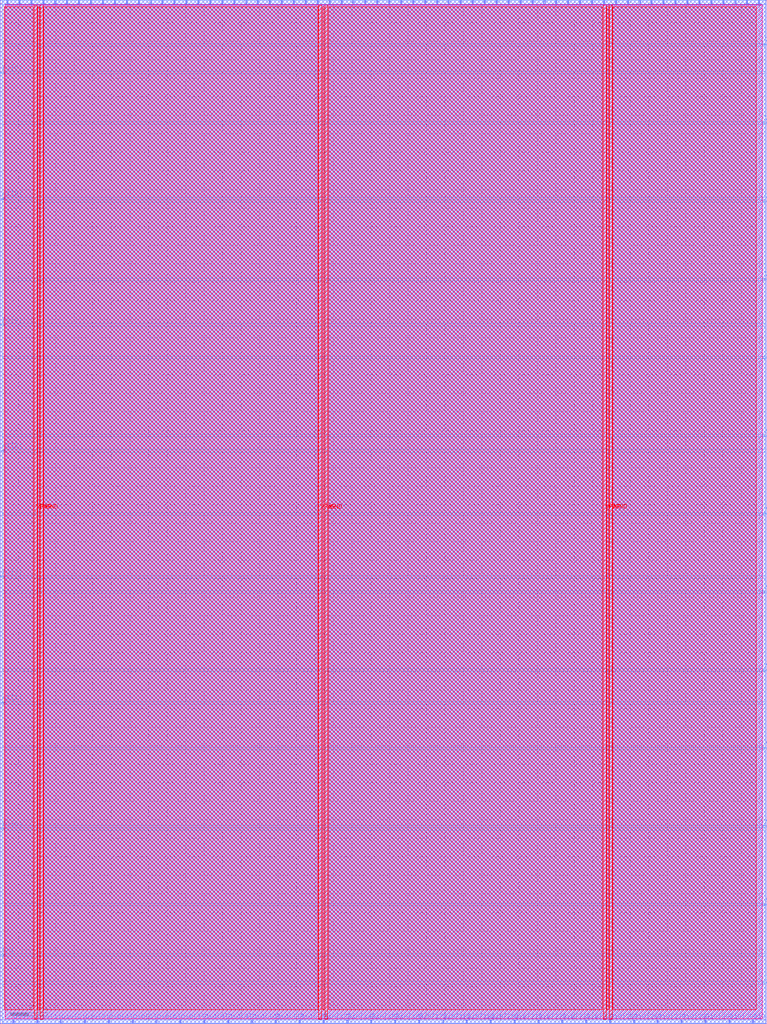
<source format=lef>
VERSION 5.7 ;
  NOWIREEXTENSIONATPIN ON ;
  DIVIDERCHAR "/" ;
  BUSBITCHARS "[]" ;
MACRO RAM128_1RW1R
  CLASS BLOCK ;
  FOREIGN RAM128_1RW1R ;
  ORIGIN 0.000 0.000 ;
  SIZE 414.000 BY 552.160 ;
  PIN A0[0]
    DIRECTION INPUT ;
    USE SIGNAL ;
    ANTENNAGATEAREA 1.082400 ;
    ANTENNADIFFAREA 0.869400 ;
    PORT
      LAYER met3 ;
        RECT 412.000 63.960 414.000 64.560 ;
    END
  END A0[0]
  PIN A0[1]
    DIRECTION INPUT ;
    USE SIGNAL ;
    ANTENNAGATEAREA 1.082400 ;
    ANTENNADIFFAREA 0.869400 ;
    PORT
      LAYER met3 ;
        RECT 412.000 106.120 414.000 106.720 ;
    END
  END A0[1]
  PIN A0[2]
    DIRECTION INPUT ;
    USE SIGNAL ;
    ANTENNAGATEAREA 1.082400 ;
    ANTENNADIFFAREA 0.869400 ;
    PORT
      LAYER met3 ;
        RECT 412.000 148.280 414.000 148.880 ;
    END
  END A0[2]
  PIN A0[3]
    DIRECTION INPUT ;
    USE SIGNAL ;
    ANTENNAGATEAREA 1.082400 ;
    ANTENNADIFFAREA 0.869400 ;
    PORT
      LAYER met3 ;
        RECT 412.000 190.440 414.000 191.040 ;
    END
  END A0[3]
  PIN A0[4]
    DIRECTION INPUT ;
    USE SIGNAL ;
    ANTENNAGATEAREA 1.082400 ;
    ANTENNADIFFAREA 0.869400 ;
    PORT
      LAYER met3 ;
        RECT 412.000 232.600 414.000 233.200 ;
    END
  END A0[4]
  PIN A0[5]
    DIRECTION INPUT ;
    USE SIGNAL ;
    ANTENNAGATEAREA 1.082400 ;
    ANTENNADIFFAREA 0.869400 ;
    PORT
      LAYER met3 ;
        RECT 412.000 274.760 414.000 275.360 ;
    END
  END A0[5]
  PIN A0[6]
    DIRECTION INPUT ;
    USE SIGNAL ;
    ANTENNAGATEAREA 1.082400 ;
    ANTENNADIFFAREA 0.869400 ;
    PORT
      LAYER met3 ;
        RECT 412.000 316.920 414.000 317.520 ;
    END
  END A0[6]
  PIN A1[0]
    DIRECTION INPUT ;
    USE SIGNAL ;
    ANTENNAGATEAREA 0.213000 ;
    PORT
      LAYER met3 ;
        RECT 0.000 104.760 2.000 105.360 ;
    END
  END A1[0]
  PIN A1[1]
    DIRECTION INPUT ;
    USE SIGNAL ;
    ANTENNAGATEAREA 0.213000 ;
    PORT
      LAYER met3 ;
        RECT 0.000 172.760 2.000 173.360 ;
    END
  END A1[1]
  PIN A1[2]
    DIRECTION INPUT ;
    USE SIGNAL ;
    ANTENNAGATEAREA 0.213000 ;
    PORT
      LAYER met3 ;
        RECT 0.000 240.760 2.000 241.360 ;
    END
  END A1[2]
  PIN A1[3]
    DIRECTION INPUT ;
    USE SIGNAL ;
    ANTENNAGATEAREA 0.213000 ;
    PORT
      LAYER met3 ;
        RECT 0.000 308.760 2.000 309.360 ;
    END
  END A1[3]
  PIN A1[4]
    DIRECTION INPUT ;
    USE SIGNAL ;
    ANTENNAGATEAREA 0.213000 ;
    PORT
      LAYER met3 ;
        RECT 0.000 376.760 2.000 377.360 ;
    END
  END A1[4]
  PIN A1[5]
    DIRECTION INPUT ;
    USE SIGNAL ;
    ANTENNAGATEAREA 0.213000 ;
    PORT
      LAYER met3 ;
        RECT 0.000 444.760 2.000 445.360 ;
    END
  END A1[5]
  PIN A1[6]
    DIRECTION INPUT ;
    USE SIGNAL ;
    ANTENNAGATEAREA 0.213000 ;
    PORT
      LAYER met3 ;
        RECT 0.000 512.760 2.000 513.360 ;
    END
  END A1[6]
  PIN CLK
    DIRECTION INPUT ;
    USE SIGNAL ;
    ANTENNAGATEAREA 0.647700 ;
    ANTENNADIFFAREA 0.434700 ;
    PORT
      LAYER met3 ;
        RECT 412.000 359.080 414.000 359.680 ;
    END
  END CLK
  PIN Di0[0]
    DIRECTION INPUT ;
    USE SIGNAL ;
    ANTENNAGATEAREA 1.286700 ;
    ANTENNADIFFAREA 0.434700 ;
    PORT
      LAYER met2 ;
        RECT 6.990 0.000 7.270 2.000 ;
    END
  END Di0[0]
  PIN Di0[10]
    DIRECTION INPUT ;
    USE SIGNAL ;
    ANTENNAGATEAREA 1.286700 ;
    ANTENNADIFFAREA 0.434700 ;
    PORT
      LAYER met2 ;
        RECT 135.790 0.000 136.070 2.000 ;
    END
  END Di0[10]
  PIN Di0[11]
    DIRECTION INPUT ;
    USE SIGNAL ;
    ANTENNAGATEAREA 1.286700 ;
    ANTENNADIFFAREA 0.434700 ;
    PORT
      LAYER met2 ;
        RECT 148.670 0.000 148.950 2.000 ;
    END
  END Di0[11]
  PIN Di0[12]
    DIRECTION INPUT ;
    USE SIGNAL ;
    ANTENNAGATEAREA 1.286700 ;
    ANTENNADIFFAREA 0.434700 ;
    PORT
      LAYER met2 ;
        RECT 161.550 0.000 161.830 2.000 ;
    END
  END Di0[12]
  PIN Di0[13]
    DIRECTION INPUT ;
    USE SIGNAL ;
    ANTENNAGATEAREA 1.286700 ;
    ANTENNADIFFAREA 0.434700 ;
    PORT
      LAYER met2 ;
        RECT 174.430 0.000 174.710 2.000 ;
    END
  END Di0[13]
  PIN Di0[14]
    DIRECTION INPUT ;
    USE SIGNAL ;
    ANTENNAGATEAREA 1.286700 ;
    ANTENNADIFFAREA 0.434700 ;
    PORT
      LAYER met2 ;
        RECT 187.310 0.000 187.590 2.000 ;
    END
  END Di0[14]
  PIN Di0[15]
    DIRECTION INPUT ;
    USE SIGNAL ;
    ANTENNAGATEAREA 1.286700 ;
    ANTENNADIFFAREA 0.434700 ;
    PORT
      LAYER met2 ;
        RECT 200.190 0.000 200.470 2.000 ;
    END
  END Di0[15]
  PIN Di0[16]
    DIRECTION INPUT ;
    USE SIGNAL ;
    ANTENNAGATEAREA 1.286700 ;
    ANTENNADIFFAREA 0.434700 ;
    PORT
      LAYER met2 ;
        RECT 213.070 0.000 213.350 2.000 ;
    END
  END Di0[16]
  PIN Di0[17]
    DIRECTION INPUT ;
    USE SIGNAL ;
    ANTENNAGATEAREA 1.286700 ;
    ANTENNADIFFAREA 0.434700 ;
    PORT
      LAYER met2 ;
        RECT 225.950 0.000 226.230 2.000 ;
    END
  END Di0[17]
  PIN Di0[18]
    DIRECTION INPUT ;
    USE SIGNAL ;
    ANTENNAGATEAREA 1.286700 ;
    ANTENNADIFFAREA 0.434700 ;
    PORT
      LAYER met2 ;
        RECT 238.830 0.000 239.110 2.000 ;
    END
  END Di0[18]
  PIN Di0[19]
    DIRECTION INPUT ;
    USE SIGNAL ;
    ANTENNAGATEAREA 1.286700 ;
    ANTENNADIFFAREA 0.434700 ;
    PORT
      LAYER met2 ;
        RECT 251.710 0.000 251.990 2.000 ;
    END
  END Di0[19]
  PIN Di0[1]
    DIRECTION INPUT ;
    USE SIGNAL ;
    ANTENNAGATEAREA 1.286700 ;
    ANTENNADIFFAREA 0.434700 ;
    PORT
      LAYER met2 ;
        RECT 19.870 0.000 20.150 2.000 ;
    END
  END Di0[1]
  PIN Di0[20]
    DIRECTION INPUT ;
    USE SIGNAL ;
    ANTENNAGATEAREA 1.286700 ;
    ANTENNADIFFAREA 0.434700 ;
    PORT
      LAYER met2 ;
        RECT 264.590 0.000 264.870 2.000 ;
    END
  END Di0[20]
  PIN Di0[21]
    DIRECTION INPUT ;
    USE SIGNAL ;
    ANTENNAGATEAREA 1.286700 ;
    ANTENNADIFFAREA 0.434700 ;
    PORT
      LAYER met2 ;
        RECT 277.470 0.000 277.750 2.000 ;
    END
  END Di0[21]
  PIN Di0[22]
    DIRECTION INPUT ;
    USE SIGNAL ;
    ANTENNAGATEAREA 1.286700 ;
    ANTENNADIFFAREA 0.434700 ;
    PORT
      LAYER met2 ;
        RECT 290.350 0.000 290.630 2.000 ;
    END
  END Di0[22]
  PIN Di0[23]
    DIRECTION INPUT ;
    USE SIGNAL ;
    ANTENNAGATEAREA 1.286700 ;
    ANTENNADIFFAREA 0.434700 ;
    PORT
      LAYER met2 ;
        RECT 303.230 0.000 303.510 2.000 ;
    END
  END Di0[23]
  PIN Di0[24]
    DIRECTION INPUT ;
    USE SIGNAL ;
    ANTENNAGATEAREA 1.286700 ;
    ANTENNADIFFAREA 0.434700 ;
    PORT
      LAYER met2 ;
        RECT 316.110 0.000 316.390 2.000 ;
    END
  END Di0[24]
  PIN Di0[25]
    DIRECTION INPUT ;
    USE SIGNAL ;
    ANTENNAGATEAREA 1.286700 ;
    ANTENNADIFFAREA 0.434700 ;
    PORT
      LAYER met2 ;
        RECT 328.990 0.000 329.270 2.000 ;
    END
  END Di0[25]
  PIN Di0[26]
    DIRECTION INPUT ;
    USE SIGNAL ;
    ANTENNAGATEAREA 1.286700 ;
    ANTENNADIFFAREA 0.434700 ;
    PORT
      LAYER met2 ;
        RECT 341.870 0.000 342.150 2.000 ;
    END
  END Di0[26]
  PIN Di0[27]
    DIRECTION INPUT ;
    USE SIGNAL ;
    ANTENNAGATEAREA 1.286700 ;
    ANTENNADIFFAREA 0.434700 ;
    PORT
      LAYER met2 ;
        RECT 354.750 0.000 355.030 2.000 ;
    END
  END Di0[27]
  PIN Di0[28]
    DIRECTION INPUT ;
    USE SIGNAL ;
    ANTENNAGATEAREA 1.286700 ;
    ANTENNADIFFAREA 0.434700 ;
    PORT
      LAYER met2 ;
        RECT 367.630 0.000 367.910 2.000 ;
    END
  END Di0[28]
  PIN Di0[29]
    DIRECTION INPUT ;
    USE SIGNAL ;
    ANTENNAGATEAREA 1.286700 ;
    ANTENNADIFFAREA 0.434700 ;
    PORT
      LAYER met2 ;
        RECT 380.510 0.000 380.790 2.000 ;
    END
  END Di0[29]
  PIN Di0[2]
    DIRECTION INPUT ;
    USE SIGNAL ;
    ANTENNAGATEAREA 1.286700 ;
    ANTENNADIFFAREA 0.434700 ;
    PORT
      LAYER met2 ;
        RECT 32.750 0.000 33.030 2.000 ;
    END
  END Di0[2]
  PIN Di0[30]
    DIRECTION INPUT ;
    USE SIGNAL ;
    ANTENNAGATEAREA 1.286700 ;
    ANTENNADIFFAREA 0.434700 ;
    PORT
      LAYER met2 ;
        RECT 393.390 0.000 393.670 2.000 ;
    END
  END Di0[30]
  PIN Di0[31]
    DIRECTION INPUT ;
    USE SIGNAL ;
    ANTENNAGATEAREA 1.286700 ;
    ANTENNADIFFAREA 0.434700 ;
    PORT
      LAYER met2 ;
        RECT 406.270 0.000 406.550 2.000 ;
    END
  END Di0[31]
  PIN Di0[3]
    DIRECTION INPUT ;
    USE SIGNAL ;
    ANTENNAGATEAREA 1.286700 ;
    ANTENNADIFFAREA 0.434700 ;
    PORT
      LAYER met2 ;
        RECT 45.630 0.000 45.910 2.000 ;
    END
  END Di0[3]
  PIN Di0[4]
    DIRECTION INPUT ;
    USE SIGNAL ;
    ANTENNAGATEAREA 1.286700 ;
    ANTENNADIFFAREA 0.434700 ;
    PORT
      LAYER met2 ;
        RECT 58.510 0.000 58.790 2.000 ;
    END
  END Di0[4]
  PIN Di0[5]
    DIRECTION INPUT ;
    USE SIGNAL ;
    ANTENNAGATEAREA 1.286700 ;
    ANTENNADIFFAREA 0.434700 ;
    PORT
      LAYER met2 ;
        RECT 71.390 0.000 71.670 2.000 ;
    END
  END Di0[5]
  PIN Di0[6]
    DIRECTION INPUT ;
    USE SIGNAL ;
    ANTENNAGATEAREA 1.286700 ;
    ANTENNADIFFAREA 0.434700 ;
    PORT
      LAYER met2 ;
        RECT 84.270 0.000 84.550 2.000 ;
    END
  END Di0[6]
  PIN Di0[7]
    DIRECTION INPUT ;
    USE SIGNAL ;
    ANTENNAGATEAREA 1.286700 ;
    ANTENNADIFFAREA 0.434700 ;
    PORT
      LAYER met2 ;
        RECT 97.150 0.000 97.430 2.000 ;
    END
  END Di0[7]
  PIN Di0[8]
    DIRECTION INPUT ;
    USE SIGNAL ;
    ANTENNAGATEAREA 1.286700 ;
    ANTENNADIFFAREA 0.434700 ;
    PORT
      LAYER met2 ;
        RECT 110.030 0.000 110.310 2.000 ;
    END
  END Di0[8]
  PIN Di0[9]
    DIRECTION INPUT ;
    USE SIGNAL ;
    ANTENNAGATEAREA 1.286700 ;
    ANTENNADIFFAREA 0.434700 ;
    PORT
      LAYER met2 ;
        RECT 122.910 0.000 123.190 2.000 ;
    END
  END Di0[9]
  PIN Do0[0]
    DIRECTION OUTPUT ;
    USE SIGNAL ;
    ANTENNADIFFAREA 0.429000 ;
    PORT
      LAYER met2 ;
        RECT 3.770 550.160 4.050 552.160 ;
    END
  END Do0[0]
  PIN Do0[10]
    DIRECTION OUTPUT ;
    USE SIGNAL ;
    ANTENNADIFFAREA 0.429000 ;
    PORT
      LAYER met2 ;
        RECT 68.170 550.160 68.450 552.160 ;
    END
  END Do0[10]
  PIN Do0[11]
    DIRECTION OUTPUT ;
    USE SIGNAL ;
    ANTENNADIFFAREA 0.429000 ;
    PORT
      LAYER met2 ;
        RECT 74.610 550.160 74.890 552.160 ;
    END
  END Do0[11]
  PIN Do0[12]
    DIRECTION OUTPUT ;
    USE SIGNAL ;
    ANTENNADIFFAREA 0.429000 ;
    PORT
      LAYER met2 ;
        RECT 81.050 550.160 81.330 552.160 ;
    END
  END Do0[12]
  PIN Do0[13]
    DIRECTION OUTPUT ;
    USE SIGNAL ;
    ANTENNADIFFAREA 0.429000 ;
    PORT
      LAYER met2 ;
        RECT 87.490 550.160 87.770 552.160 ;
    END
  END Do0[13]
  PIN Do0[14]
    DIRECTION OUTPUT ;
    USE SIGNAL ;
    ANTENNADIFFAREA 0.429000 ;
    PORT
      LAYER met2 ;
        RECT 93.930 550.160 94.210 552.160 ;
    END
  END Do0[14]
  PIN Do0[15]
    DIRECTION OUTPUT ;
    USE SIGNAL ;
    ANTENNADIFFAREA 0.429000 ;
    PORT
      LAYER met2 ;
        RECT 100.370 550.160 100.650 552.160 ;
    END
  END Do0[15]
  PIN Do0[16]
    DIRECTION OUTPUT ;
    USE SIGNAL ;
    ANTENNADIFFAREA 0.429000 ;
    PORT
      LAYER met2 ;
        RECT 106.810 550.160 107.090 552.160 ;
    END
  END Do0[16]
  PIN Do0[17]
    DIRECTION OUTPUT ;
    USE SIGNAL ;
    ANTENNADIFFAREA 0.429000 ;
    PORT
      LAYER met2 ;
        RECT 113.250 550.160 113.530 552.160 ;
    END
  END Do0[17]
  PIN Do0[18]
    DIRECTION OUTPUT ;
    USE SIGNAL ;
    ANTENNADIFFAREA 0.429000 ;
    PORT
      LAYER met2 ;
        RECT 119.690 550.160 119.970 552.160 ;
    END
  END Do0[18]
  PIN Do0[19]
    DIRECTION OUTPUT ;
    USE SIGNAL ;
    ANTENNADIFFAREA 0.429000 ;
    PORT
      LAYER met2 ;
        RECT 126.130 550.160 126.410 552.160 ;
    END
  END Do0[19]
  PIN Do0[1]
    DIRECTION OUTPUT ;
    USE SIGNAL ;
    ANTENNADIFFAREA 0.429000 ;
    PORT
      LAYER met2 ;
        RECT 10.210 550.160 10.490 552.160 ;
    END
  END Do0[1]
  PIN Do0[20]
    DIRECTION OUTPUT ;
    USE SIGNAL ;
    ANTENNADIFFAREA 0.429000 ;
    PORT
      LAYER met2 ;
        RECT 132.570 550.160 132.850 552.160 ;
    END
  END Do0[20]
  PIN Do0[21]
    DIRECTION OUTPUT ;
    USE SIGNAL ;
    ANTENNADIFFAREA 0.429000 ;
    PORT
      LAYER met2 ;
        RECT 139.010 550.160 139.290 552.160 ;
    END
  END Do0[21]
  PIN Do0[22]
    DIRECTION OUTPUT ;
    USE SIGNAL ;
    ANTENNADIFFAREA 0.429000 ;
    PORT
      LAYER met2 ;
        RECT 145.450 550.160 145.730 552.160 ;
    END
  END Do0[22]
  PIN Do0[23]
    DIRECTION OUTPUT ;
    USE SIGNAL ;
    ANTENNADIFFAREA 0.429000 ;
    PORT
      LAYER met2 ;
        RECT 151.890 550.160 152.170 552.160 ;
    END
  END Do0[23]
  PIN Do0[24]
    DIRECTION OUTPUT ;
    USE SIGNAL ;
    ANTENNADIFFAREA 0.429000 ;
    PORT
      LAYER met2 ;
        RECT 158.330 550.160 158.610 552.160 ;
    END
  END Do0[24]
  PIN Do0[25]
    DIRECTION OUTPUT ;
    USE SIGNAL ;
    ANTENNADIFFAREA 0.429000 ;
    PORT
      LAYER met2 ;
        RECT 164.770 550.160 165.050 552.160 ;
    END
  END Do0[25]
  PIN Do0[26]
    DIRECTION OUTPUT ;
    USE SIGNAL ;
    ANTENNADIFFAREA 0.429000 ;
    PORT
      LAYER met2 ;
        RECT 171.210 550.160 171.490 552.160 ;
    END
  END Do0[26]
  PIN Do0[27]
    DIRECTION OUTPUT ;
    USE SIGNAL ;
    ANTENNADIFFAREA 0.429000 ;
    PORT
      LAYER met2 ;
        RECT 177.650 550.160 177.930 552.160 ;
    END
  END Do0[27]
  PIN Do0[28]
    DIRECTION OUTPUT ;
    USE SIGNAL ;
    ANTENNADIFFAREA 0.429000 ;
    PORT
      LAYER met2 ;
        RECT 184.090 550.160 184.370 552.160 ;
    END
  END Do0[28]
  PIN Do0[29]
    DIRECTION OUTPUT ;
    USE SIGNAL ;
    ANTENNADIFFAREA 0.429000 ;
    PORT
      LAYER met2 ;
        RECT 190.530 550.160 190.810 552.160 ;
    END
  END Do0[29]
  PIN Do0[2]
    DIRECTION OUTPUT ;
    USE SIGNAL ;
    ANTENNADIFFAREA 0.429000 ;
    PORT
      LAYER met2 ;
        RECT 16.650 550.160 16.930 552.160 ;
    END
  END Do0[2]
  PIN Do0[30]
    DIRECTION OUTPUT ;
    USE SIGNAL ;
    ANTENNADIFFAREA 0.429000 ;
    PORT
      LAYER met2 ;
        RECT 196.970 550.160 197.250 552.160 ;
    END
  END Do0[30]
  PIN Do0[31]
    DIRECTION OUTPUT ;
    USE SIGNAL ;
    ANTENNADIFFAREA 0.429000 ;
    PORT
      LAYER met2 ;
        RECT 203.410 550.160 203.690 552.160 ;
    END
  END Do0[31]
  PIN Do0[3]
    DIRECTION OUTPUT ;
    USE SIGNAL ;
    ANTENNADIFFAREA 0.429000 ;
    PORT
      LAYER met2 ;
        RECT 23.090 550.160 23.370 552.160 ;
    END
  END Do0[3]
  PIN Do0[4]
    DIRECTION OUTPUT ;
    USE SIGNAL ;
    ANTENNADIFFAREA 0.429000 ;
    PORT
      LAYER met2 ;
        RECT 29.530 550.160 29.810 552.160 ;
    END
  END Do0[4]
  PIN Do0[5]
    DIRECTION OUTPUT ;
    USE SIGNAL ;
    ANTENNADIFFAREA 0.429000 ;
    PORT
      LAYER met2 ;
        RECT 35.970 550.160 36.250 552.160 ;
    END
  END Do0[5]
  PIN Do0[6]
    DIRECTION OUTPUT ;
    USE SIGNAL ;
    ANTENNADIFFAREA 0.429000 ;
    PORT
      LAYER met2 ;
        RECT 42.410 550.160 42.690 552.160 ;
    END
  END Do0[6]
  PIN Do0[7]
    DIRECTION OUTPUT ;
    USE SIGNAL ;
    ANTENNADIFFAREA 0.429000 ;
    PORT
      LAYER met2 ;
        RECT 48.850 550.160 49.130 552.160 ;
    END
  END Do0[7]
  PIN Do0[8]
    DIRECTION OUTPUT ;
    USE SIGNAL ;
    ANTENNADIFFAREA 0.429000 ;
    PORT
      LAYER met2 ;
        RECT 55.290 550.160 55.570 552.160 ;
    END
  END Do0[8]
  PIN Do0[9]
    DIRECTION OUTPUT ;
    USE SIGNAL ;
    ANTENNADIFFAREA 0.429000 ;
    PORT
      LAYER met2 ;
        RECT 61.730 550.160 62.010 552.160 ;
    END
  END Do0[9]
  PIN Do1[0]
    DIRECTION OUTPUT ;
    USE SIGNAL ;
    ANTENNADIFFAREA 0.429000 ;
    PORT
      LAYER met2 ;
        RECT 209.850 550.160 210.130 552.160 ;
    END
  END Do1[0]
  PIN Do1[10]
    DIRECTION OUTPUT ;
    USE SIGNAL ;
    ANTENNADIFFAREA 0.429000 ;
    PORT
      LAYER met2 ;
        RECT 274.250 550.160 274.530 552.160 ;
    END
  END Do1[10]
  PIN Do1[11]
    DIRECTION OUTPUT ;
    USE SIGNAL ;
    ANTENNADIFFAREA 0.429000 ;
    PORT
      LAYER met2 ;
        RECT 280.690 550.160 280.970 552.160 ;
    END
  END Do1[11]
  PIN Do1[12]
    DIRECTION OUTPUT ;
    USE SIGNAL ;
    ANTENNADIFFAREA 0.429000 ;
    PORT
      LAYER met2 ;
        RECT 287.130 550.160 287.410 552.160 ;
    END
  END Do1[12]
  PIN Do1[13]
    DIRECTION OUTPUT ;
    USE SIGNAL ;
    ANTENNADIFFAREA 0.429000 ;
    PORT
      LAYER met2 ;
        RECT 293.570 550.160 293.850 552.160 ;
    END
  END Do1[13]
  PIN Do1[14]
    DIRECTION OUTPUT ;
    USE SIGNAL ;
    ANTENNADIFFAREA 0.429000 ;
    PORT
      LAYER met2 ;
        RECT 300.010 550.160 300.290 552.160 ;
    END
  END Do1[14]
  PIN Do1[15]
    DIRECTION OUTPUT ;
    USE SIGNAL ;
    ANTENNADIFFAREA 0.429000 ;
    PORT
      LAYER met2 ;
        RECT 306.450 550.160 306.730 552.160 ;
    END
  END Do1[15]
  PIN Do1[16]
    DIRECTION OUTPUT ;
    USE SIGNAL ;
    ANTENNADIFFAREA 0.429000 ;
    PORT
      LAYER met2 ;
        RECT 312.890 550.160 313.170 552.160 ;
    END
  END Do1[16]
  PIN Do1[17]
    DIRECTION OUTPUT ;
    USE SIGNAL ;
    ANTENNADIFFAREA 0.429000 ;
    PORT
      LAYER met2 ;
        RECT 319.330 550.160 319.610 552.160 ;
    END
  END Do1[17]
  PIN Do1[18]
    DIRECTION OUTPUT ;
    USE SIGNAL ;
    ANTENNADIFFAREA 0.429000 ;
    PORT
      LAYER met2 ;
        RECT 325.770 550.160 326.050 552.160 ;
    END
  END Do1[18]
  PIN Do1[19]
    DIRECTION OUTPUT ;
    USE SIGNAL ;
    ANTENNADIFFAREA 0.429000 ;
    PORT
      LAYER met2 ;
        RECT 332.210 550.160 332.490 552.160 ;
    END
  END Do1[19]
  PIN Do1[1]
    DIRECTION OUTPUT ;
    USE SIGNAL ;
    ANTENNADIFFAREA 0.429000 ;
    PORT
      LAYER met2 ;
        RECT 216.290 550.160 216.570 552.160 ;
    END
  END Do1[1]
  PIN Do1[20]
    DIRECTION OUTPUT ;
    USE SIGNAL ;
    ANTENNADIFFAREA 0.429000 ;
    PORT
      LAYER met2 ;
        RECT 338.650 550.160 338.930 552.160 ;
    END
  END Do1[20]
  PIN Do1[21]
    DIRECTION OUTPUT ;
    USE SIGNAL ;
    ANTENNADIFFAREA 0.429000 ;
    PORT
      LAYER met2 ;
        RECT 345.090 550.160 345.370 552.160 ;
    END
  END Do1[21]
  PIN Do1[22]
    DIRECTION OUTPUT ;
    USE SIGNAL ;
    ANTENNADIFFAREA 0.429000 ;
    PORT
      LAYER met2 ;
        RECT 351.530 550.160 351.810 552.160 ;
    END
  END Do1[22]
  PIN Do1[23]
    DIRECTION OUTPUT ;
    USE SIGNAL ;
    ANTENNADIFFAREA 0.429000 ;
    PORT
      LAYER met2 ;
        RECT 357.970 550.160 358.250 552.160 ;
    END
  END Do1[23]
  PIN Do1[24]
    DIRECTION OUTPUT ;
    USE SIGNAL ;
    ANTENNADIFFAREA 0.429000 ;
    PORT
      LAYER met2 ;
        RECT 364.410 550.160 364.690 552.160 ;
    END
  END Do1[24]
  PIN Do1[25]
    DIRECTION OUTPUT ;
    USE SIGNAL ;
    ANTENNADIFFAREA 0.429000 ;
    PORT
      LAYER met2 ;
        RECT 370.850 550.160 371.130 552.160 ;
    END
  END Do1[25]
  PIN Do1[26]
    DIRECTION OUTPUT ;
    USE SIGNAL ;
    ANTENNADIFFAREA 0.429000 ;
    PORT
      LAYER met2 ;
        RECT 377.290 550.160 377.570 552.160 ;
    END
  END Do1[26]
  PIN Do1[27]
    DIRECTION OUTPUT ;
    USE SIGNAL ;
    ANTENNADIFFAREA 0.429000 ;
    PORT
      LAYER met2 ;
        RECT 383.730 550.160 384.010 552.160 ;
    END
  END Do1[27]
  PIN Do1[28]
    DIRECTION OUTPUT ;
    USE SIGNAL ;
    ANTENNADIFFAREA 0.429000 ;
    PORT
      LAYER met2 ;
        RECT 390.170 550.160 390.450 552.160 ;
    END
  END Do1[28]
  PIN Do1[29]
    DIRECTION OUTPUT ;
    USE SIGNAL ;
    ANTENNADIFFAREA 0.429000 ;
    PORT
      LAYER met2 ;
        RECT 396.610 550.160 396.890 552.160 ;
    END
  END Do1[29]
  PIN Do1[2]
    DIRECTION OUTPUT ;
    USE SIGNAL ;
    ANTENNADIFFAREA 0.429000 ;
    PORT
      LAYER met2 ;
        RECT 222.730 550.160 223.010 552.160 ;
    END
  END Do1[2]
  PIN Do1[30]
    DIRECTION OUTPUT ;
    USE SIGNAL ;
    ANTENNADIFFAREA 0.429000 ;
    PORT
      LAYER met2 ;
        RECT 403.050 550.160 403.330 552.160 ;
    END
  END Do1[30]
  PIN Do1[31]
    DIRECTION OUTPUT ;
    USE SIGNAL ;
    ANTENNADIFFAREA 0.429000 ;
    PORT
      LAYER met2 ;
        RECT 409.490 550.160 409.770 552.160 ;
    END
  END Do1[31]
  PIN Do1[3]
    DIRECTION OUTPUT ;
    USE SIGNAL ;
    ANTENNADIFFAREA 0.429000 ;
    PORT
      LAYER met2 ;
        RECT 229.170 550.160 229.450 552.160 ;
    END
  END Do1[3]
  PIN Do1[4]
    DIRECTION OUTPUT ;
    USE SIGNAL ;
    ANTENNADIFFAREA 0.429000 ;
    PORT
      LAYER met2 ;
        RECT 235.610 550.160 235.890 552.160 ;
    END
  END Do1[4]
  PIN Do1[5]
    DIRECTION OUTPUT ;
    USE SIGNAL ;
    ANTENNADIFFAREA 0.429000 ;
    PORT
      LAYER met2 ;
        RECT 242.050 550.160 242.330 552.160 ;
    END
  END Do1[5]
  PIN Do1[6]
    DIRECTION OUTPUT ;
    USE SIGNAL ;
    ANTENNADIFFAREA 0.429000 ;
    PORT
      LAYER met2 ;
        RECT 248.490 550.160 248.770 552.160 ;
    END
  END Do1[6]
  PIN Do1[7]
    DIRECTION OUTPUT ;
    USE SIGNAL ;
    ANTENNADIFFAREA 0.429000 ;
    PORT
      LAYER met2 ;
        RECT 254.930 550.160 255.210 552.160 ;
    END
  END Do1[7]
  PIN Do1[8]
    DIRECTION OUTPUT ;
    USE SIGNAL ;
    ANTENNADIFFAREA 0.429000 ;
    PORT
      LAYER met2 ;
        RECT 261.370 550.160 261.650 552.160 ;
    END
  END Do1[8]
  PIN Do1[9]
    DIRECTION OUTPUT ;
    USE SIGNAL ;
    ANTENNADIFFAREA 0.429000 ;
    PORT
      LAYER met2 ;
        RECT 267.810 550.160 268.090 552.160 ;
    END
  END Do1[9]
  PIN EN0
    DIRECTION INPUT ;
    USE SIGNAL ;
    ANTENNAGATEAREA 0.213000 ;
    PORT
      LAYER met3 ;
        RECT 412.000 21.800 414.000 22.400 ;
    END
  END EN0
  PIN EN1
    DIRECTION INPUT ;
    USE SIGNAL ;
    ANTENNAGATEAREA 0.213000 ;
    PORT
      LAYER met3 ;
        RECT 0.000 36.760 2.000 37.360 ;
    END
  END EN1
  PIN VGND
    DIRECTION INOUT ;
    USE GROUND ;
    PORT
      LAYER met4 ;
        RECT 21.580 2.480 23.180 549.680 ;
    END
    PORT
      LAYER met4 ;
        RECT 175.180 2.480 176.780 549.680 ;
    END
    PORT
      LAYER met4 ;
        RECT 328.780 2.480 330.380 549.680 ;
    END
  END VGND
  PIN VPWR
    DIRECTION INOUT ;
    USE POWER ;
    PORT
      LAYER met4 ;
        RECT 18.280 2.480 19.880 549.680 ;
    END
    PORT
      LAYER met4 ;
        RECT 171.880 2.480 173.480 549.680 ;
    END
    PORT
      LAYER met4 ;
        RECT 325.480 2.480 327.080 549.680 ;
    END
  END VPWR
  PIN WE0[0]
    DIRECTION INPUT ;
    USE SIGNAL ;
    ANTENNAGATEAREA 0.213000 ;
    PORT
      LAYER met3 ;
        RECT 412.000 401.240 414.000 401.840 ;
    END
  END WE0[0]
  PIN WE0[1]
    DIRECTION INPUT ;
    USE SIGNAL ;
    ANTENNAGATEAREA 0.213000 ;
    PORT
      LAYER met3 ;
        RECT 412.000 443.400 414.000 444.000 ;
    END
  END WE0[1]
  PIN WE0[2]
    DIRECTION INPUT ;
    USE SIGNAL ;
    ANTENNAGATEAREA 0.213000 ;
    PORT
      LAYER met3 ;
        RECT 412.000 485.560 414.000 486.160 ;
    END
  END WE0[2]
  PIN WE0[3]
    DIRECTION INPUT ;
    USE SIGNAL ;
    ANTENNAGATEAREA 0.213000 ;
    PORT
      LAYER met3 ;
        RECT 412.000 527.720 414.000 528.320 ;
    END
  END WE0[3]
  OBS
      LAYER nwell ;
        RECT 2.570 2.635 411.430 549.630 ;
      LAYER li1 ;
        RECT 2.760 2.635 411.240 549.525 ;
      LAYER met1 ;
        RECT 0.070 0.040 413.470 552.120 ;
      LAYER met2 ;
        RECT 0.100 549.880 3.490 552.150 ;
        RECT 4.330 549.880 9.930 552.150 ;
        RECT 10.770 549.880 16.370 552.150 ;
        RECT 17.210 549.880 22.810 552.150 ;
        RECT 23.650 549.880 29.250 552.150 ;
        RECT 30.090 549.880 35.690 552.150 ;
        RECT 36.530 549.880 42.130 552.150 ;
        RECT 42.970 549.880 48.570 552.150 ;
        RECT 49.410 549.880 55.010 552.150 ;
        RECT 55.850 549.880 61.450 552.150 ;
        RECT 62.290 549.880 67.890 552.150 ;
        RECT 68.730 549.880 74.330 552.150 ;
        RECT 75.170 549.880 80.770 552.150 ;
        RECT 81.610 549.880 87.210 552.150 ;
        RECT 88.050 549.880 93.650 552.150 ;
        RECT 94.490 549.880 100.090 552.150 ;
        RECT 100.930 549.880 106.530 552.150 ;
        RECT 107.370 549.880 112.970 552.150 ;
        RECT 113.810 549.880 119.410 552.150 ;
        RECT 120.250 549.880 125.850 552.150 ;
        RECT 126.690 549.880 132.290 552.150 ;
        RECT 133.130 549.880 138.730 552.150 ;
        RECT 139.570 549.880 145.170 552.150 ;
        RECT 146.010 549.880 151.610 552.150 ;
        RECT 152.450 549.880 158.050 552.150 ;
        RECT 158.890 549.880 164.490 552.150 ;
        RECT 165.330 549.880 170.930 552.150 ;
        RECT 171.770 549.880 177.370 552.150 ;
        RECT 178.210 549.880 183.810 552.150 ;
        RECT 184.650 549.880 190.250 552.150 ;
        RECT 191.090 549.880 196.690 552.150 ;
        RECT 197.530 549.880 203.130 552.150 ;
        RECT 203.970 549.880 209.570 552.150 ;
        RECT 210.410 549.880 216.010 552.150 ;
        RECT 216.850 549.880 222.450 552.150 ;
        RECT 223.290 549.880 228.890 552.150 ;
        RECT 229.730 549.880 235.330 552.150 ;
        RECT 236.170 549.880 241.770 552.150 ;
        RECT 242.610 549.880 248.210 552.150 ;
        RECT 249.050 549.880 254.650 552.150 ;
        RECT 255.490 549.880 261.090 552.150 ;
        RECT 261.930 549.880 267.530 552.150 ;
        RECT 268.370 549.880 273.970 552.150 ;
        RECT 274.810 549.880 280.410 552.150 ;
        RECT 281.250 549.880 286.850 552.150 ;
        RECT 287.690 549.880 293.290 552.150 ;
        RECT 294.130 549.880 299.730 552.150 ;
        RECT 300.570 549.880 306.170 552.150 ;
        RECT 307.010 549.880 312.610 552.150 ;
        RECT 313.450 549.880 319.050 552.150 ;
        RECT 319.890 549.880 325.490 552.150 ;
        RECT 326.330 549.880 331.930 552.150 ;
        RECT 332.770 549.880 338.370 552.150 ;
        RECT 339.210 549.880 344.810 552.150 ;
        RECT 345.650 549.880 351.250 552.150 ;
        RECT 352.090 549.880 357.690 552.150 ;
        RECT 358.530 549.880 364.130 552.150 ;
        RECT 364.970 549.880 370.570 552.150 ;
        RECT 371.410 549.880 377.010 552.150 ;
        RECT 377.850 549.880 383.450 552.150 ;
        RECT 384.290 549.880 389.890 552.150 ;
        RECT 390.730 549.880 396.330 552.150 ;
        RECT 397.170 549.880 402.770 552.150 ;
        RECT 403.610 549.880 409.210 552.150 ;
        RECT 410.050 549.880 413.440 552.150 ;
        RECT 0.100 2.280 413.440 549.880 ;
        RECT 0.100 0.010 6.710 2.280 ;
        RECT 7.550 0.010 19.590 2.280 ;
        RECT 20.430 0.010 32.470 2.280 ;
        RECT 33.310 0.010 45.350 2.280 ;
        RECT 46.190 0.010 58.230 2.280 ;
        RECT 59.070 0.010 71.110 2.280 ;
        RECT 71.950 0.010 83.990 2.280 ;
        RECT 84.830 0.010 96.870 2.280 ;
        RECT 97.710 0.010 109.750 2.280 ;
        RECT 110.590 0.010 122.630 2.280 ;
        RECT 123.470 0.010 135.510 2.280 ;
        RECT 136.350 0.010 148.390 2.280 ;
        RECT 149.230 0.010 161.270 2.280 ;
        RECT 162.110 0.010 174.150 2.280 ;
        RECT 174.990 0.010 187.030 2.280 ;
        RECT 187.870 0.010 199.910 2.280 ;
        RECT 200.750 0.010 212.790 2.280 ;
        RECT 213.630 0.010 225.670 2.280 ;
        RECT 226.510 0.010 238.550 2.280 ;
        RECT 239.390 0.010 251.430 2.280 ;
        RECT 252.270 0.010 264.310 2.280 ;
        RECT 265.150 0.010 277.190 2.280 ;
        RECT 278.030 0.010 290.070 2.280 ;
        RECT 290.910 0.010 302.950 2.280 ;
        RECT 303.790 0.010 315.830 2.280 ;
        RECT 316.670 0.010 328.710 2.280 ;
        RECT 329.550 0.010 341.590 2.280 ;
        RECT 342.430 0.010 354.470 2.280 ;
        RECT 355.310 0.010 367.350 2.280 ;
        RECT 368.190 0.010 380.230 2.280 ;
        RECT 381.070 0.010 393.110 2.280 ;
        RECT 393.950 0.010 405.990 2.280 ;
        RECT 406.830 0.010 413.440 2.280 ;
      LAYER met3 ;
        RECT 0.985 528.720 413.015 551.985 ;
        RECT 0.985 527.320 411.600 528.720 ;
        RECT 0.985 513.760 413.015 527.320 ;
        RECT 2.400 512.360 413.015 513.760 ;
        RECT 0.985 486.560 413.015 512.360 ;
        RECT 0.985 485.160 411.600 486.560 ;
        RECT 0.985 445.760 413.015 485.160 ;
        RECT 2.400 444.400 413.015 445.760 ;
        RECT 2.400 444.360 411.600 444.400 ;
        RECT 0.985 443.000 411.600 444.360 ;
        RECT 0.985 402.240 413.015 443.000 ;
        RECT 0.985 400.840 411.600 402.240 ;
        RECT 0.985 377.760 413.015 400.840 ;
        RECT 2.400 376.360 413.015 377.760 ;
        RECT 0.985 360.080 413.015 376.360 ;
        RECT 0.985 358.680 411.600 360.080 ;
        RECT 0.985 317.920 413.015 358.680 ;
        RECT 0.985 316.520 411.600 317.920 ;
        RECT 0.985 309.760 413.015 316.520 ;
        RECT 2.400 308.360 413.015 309.760 ;
        RECT 0.985 275.760 413.015 308.360 ;
        RECT 0.985 274.360 411.600 275.760 ;
        RECT 0.985 241.760 413.015 274.360 ;
        RECT 2.400 240.360 413.015 241.760 ;
        RECT 0.985 233.600 413.015 240.360 ;
        RECT 0.985 232.200 411.600 233.600 ;
        RECT 0.985 191.440 413.015 232.200 ;
        RECT 0.985 190.040 411.600 191.440 ;
        RECT 0.985 173.760 413.015 190.040 ;
        RECT 2.400 172.360 413.015 173.760 ;
        RECT 0.985 149.280 413.015 172.360 ;
        RECT 0.985 147.880 411.600 149.280 ;
        RECT 0.985 107.120 413.015 147.880 ;
        RECT 0.985 105.760 411.600 107.120 ;
        RECT 2.400 105.720 411.600 105.760 ;
        RECT 2.400 104.360 413.015 105.720 ;
        RECT 0.985 64.960 413.015 104.360 ;
        RECT 0.985 63.560 411.600 64.960 ;
        RECT 0.985 37.760 413.015 63.560 ;
        RECT 2.400 36.360 413.015 37.760 ;
        RECT 0.985 22.800 413.015 36.360 ;
        RECT 0.985 21.400 411.600 22.800 ;
        RECT 0.985 0.175 413.015 21.400 ;
      LAYER met4 ;
        RECT 2.135 7.655 17.880 548.585 ;
        RECT 20.280 7.655 21.180 548.585 ;
        RECT 23.580 7.655 171.480 548.585 ;
        RECT 173.880 7.655 174.780 548.585 ;
        RECT 177.180 7.655 325.080 548.585 ;
        RECT 327.480 7.655 328.380 548.585 ;
        RECT 330.780 7.655 408.185 548.585 ;
  END
END RAM128_1RW1R
END LIBRARY


</source>
